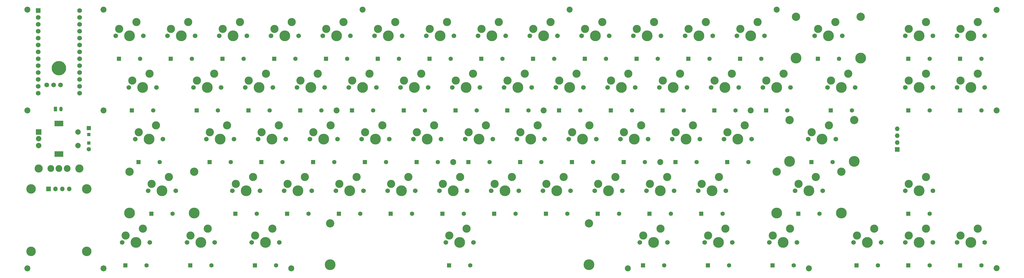
<source format=gts>
G04 #@! TF.GenerationSoftware,KiCad,Pcbnew,8.0.7*
G04 #@! TF.CreationDate,2025-01-01T13:35:18+11:00*
G04 #@! TF.ProjectId,Mainpcb,4d61696e-7063-4622-9e6b-696361645f70,rev?*
G04 #@! TF.SameCoordinates,Original*
G04 #@! TF.FileFunction,Soldermask,Top*
G04 #@! TF.FilePolarity,Negative*
%FSLAX46Y46*%
G04 Gerber Fmt 4.6, Leading zero omitted, Abs format (unit mm)*
G04 Created by KiCad (PCBNEW 8.0.7) date 2025-01-01 13:35:18*
%MOMM*%
%LPD*%
G01*
G04 APERTURE LIST*
G04 Aperture macros list*
%AMRoundRect*
0 Rectangle with rounded corners*
0 $1 Rounding radius*
0 $2 $3 $4 $5 $6 $7 $8 $9 X,Y pos of 4 corners*
0 Add a 4 corners polygon primitive as box body*
4,1,4,$2,$3,$4,$5,$6,$7,$8,$9,$2,$3,0*
0 Add four circle primitives for the rounded corners*
1,1,$1+$1,$2,$3*
1,1,$1+$1,$4,$5*
1,1,$1+$1,$6,$7*
1,1,$1+$1,$8,$9*
0 Add four rect primitives between the rounded corners*
20,1,$1+$1,$2,$3,$4,$5,0*
20,1,$1+$1,$4,$5,$6,$7,0*
20,1,$1+$1,$6,$7,$8,$9,0*
20,1,$1+$1,$8,$9,$2,$3,0*%
G04 Aperture macros list end*
%ADD10C,3.000000*%
%ADD11C,2.500000*%
%ADD12R,1.752600X1.752600*%
%ADD13C,1.752600*%
%ADD14C,1.701800*%
%ADD15C,3.987800*%
%ADD16R,1.600000X1.600000*%
%ADD17R,1.200000X1.200000*%
%ADD18C,1.600000*%
%ADD19R,2.000000X2.000000*%
%ADD20C,2.000000*%
%ADD21R,3.200000X2.000000*%
%ADD22C,2.200000*%
%ADD23C,5.300000*%
%ADD24C,3.048000*%
%ADD25RoundRect,0.250000X-0.350000X-0.625000X0.350000X-0.625000X0.350000X0.625000X-0.350000X0.625000X0*%
%ADD26O,1.200000X1.750000*%
%ADD27O,1.700000X1.700000*%
%ADD28R,1.700000X1.700000*%
%ADD29C,3.500000*%
G04 APERTURE END LIST*
D10*
X26500000Y-79000000D03*
X41500000Y-79000000D03*
D11*
X31000000Y-78950000D03*
X34000000Y-79000000D03*
X37000000Y-79000000D03*
D12*
X26380000Y-20760000D03*
D13*
X26380000Y-23300000D03*
X26380000Y-25840000D03*
X26380000Y-28380000D03*
X26380000Y-30920000D03*
X26380000Y-33460000D03*
X26380000Y-36000000D03*
X26380000Y-38540000D03*
X26380000Y-41080000D03*
X26380000Y-43620000D03*
X26380000Y-46160000D03*
X26380000Y-48700000D03*
X26380000Y-51240000D03*
X41620000Y-51240000D03*
X41620000Y-48700000D03*
X41620000Y-46160000D03*
X41620000Y-43620000D03*
X41620000Y-41080000D03*
X41620000Y-38540000D03*
X41620000Y-36000000D03*
X41620000Y-33460000D03*
X41620000Y-30920000D03*
X41620000Y-28380000D03*
X41620000Y-25840000D03*
X41620000Y-23300000D03*
X41620000Y-20760000D03*
X29460000Y-48145000D03*
X32000000Y-48145000D03*
X34540000Y-48145000D03*
D14*
X54920000Y-30000000D03*
D10*
X56190000Y-27460000D03*
D15*
X60000000Y-30000000D03*
D10*
X62540000Y-24920000D03*
D14*
X65080000Y-30000000D03*
D16*
X45000000Y-64100000D03*
D17*
X45000000Y-66425000D03*
X45000000Y-69575000D03*
D18*
X45000000Y-71900000D03*
D19*
X26500000Y-65500000D03*
D20*
X26500000Y-70500000D03*
X26500000Y-68000000D03*
D21*
X34000000Y-62400000D03*
X34000000Y-73600000D03*
D20*
X41000000Y-70500000D03*
X41000000Y-65500000D03*
D22*
X22381300Y-20381300D03*
X22381300Y-115818700D03*
X379086090Y-115725000D03*
X379086090Y-20475000D03*
X50381300Y-20381300D03*
X50381300Y-115818700D03*
X119529740Y-115818700D03*
X255263135Y-76600000D03*
X310028740Y-115818700D03*
X288599920Y-57550000D03*
D23*
X34000000Y-42000000D03*
D14*
X326380240Y-106200000D03*
D10*
X327650240Y-103660000D03*
D15*
X331460240Y-106200000D03*
D10*
X334000240Y-101120000D03*
D14*
X336540240Y-106200000D03*
D22*
X243354740Y-115818700D03*
D14*
X81112995Y-106200000D03*
D10*
X82382995Y-103660000D03*
D15*
X86192995Y-106200000D03*
D10*
X88732995Y-101120000D03*
D14*
X91272995Y-106200000D03*
X202558135Y-68100000D03*
D10*
X203828135Y-65560000D03*
D15*
X207638135Y-68100000D03*
D10*
X210178135Y-63020000D03*
D14*
X212718135Y-68100000D03*
X193032450Y-87150000D03*
D10*
X194302450Y-84610000D03*
D15*
X198112450Y-87150000D03*
D10*
X200652450Y-82070000D03*
D14*
X203192450Y-87150000D03*
X178744920Y-49050000D03*
D10*
X180014920Y-46510000D03*
D15*
X183824920Y-49050000D03*
D10*
X186364920Y-43970000D03*
D14*
X188904920Y-49050000D03*
X93020000Y-30000000D03*
D10*
X94290000Y-27460000D03*
D15*
X98100000Y-30000000D03*
D10*
X100640000Y-24920000D03*
D14*
X103180000Y-30000000D03*
X150170000Y-30000000D03*
D10*
X151440000Y-27460000D03*
D15*
X155250000Y-30000000D03*
D10*
X157790000Y-24920000D03*
D14*
X160330000Y-30000000D03*
D22*
X22381300Y-57550000D03*
D14*
X283520000Y-30000000D03*
D10*
X284790000Y-27460000D03*
D15*
X288600000Y-30000000D03*
D10*
X291140000Y-24920000D03*
D14*
X293680000Y-30000000D03*
X57301250Y-106200000D03*
D10*
X58571250Y-103660000D03*
D15*
X62381250Y-106200000D03*
D10*
X64921250Y-101120000D03*
D14*
X67461250Y-106200000D03*
X345431090Y-106200000D03*
D10*
X346701090Y-103660000D03*
D15*
X350511090Y-106200000D03*
D10*
X353051090Y-101120000D03*
D14*
X355591090Y-106200000D03*
X212082450Y-87150000D03*
D10*
X213352450Y-84610000D03*
D15*
X217162450Y-87150000D03*
D10*
X219702450Y-82070000D03*
D14*
X222242450Y-87150000D03*
X309713635Y-68100000D03*
D10*
X310983635Y-65560000D03*
D15*
X314793635Y-68100000D03*
D10*
X317333635Y-63020000D03*
D14*
X319873635Y-68100000D03*
X231132450Y-87150000D03*
D10*
X232402450Y-84610000D03*
D15*
X236212450Y-87150000D03*
D10*
X238752450Y-82070000D03*
D14*
X241292450Y-87150000D03*
X364482500Y-49050000D03*
D10*
X365752500Y-46510000D03*
D15*
X369562500Y-49050000D03*
D10*
X372102500Y-43970000D03*
D14*
X374642500Y-49050000D03*
D24*
X60006250Y-80165000D03*
D15*
X60006250Y-95405000D03*
D24*
X83806250Y-80165000D03*
D15*
X83806250Y-95405000D03*
D14*
X97782450Y-87150000D03*
D10*
X99052450Y-84610000D03*
D15*
X102862450Y-87150000D03*
D10*
X105402450Y-82070000D03*
D14*
X107942450Y-87150000D03*
X295423740Y-106200000D03*
D10*
X296693740Y-103660000D03*
D15*
X300503740Y-106200000D03*
D10*
X303043740Y-101120000D03*
D14*
X305583740Y-106200000D03*
X59682500Y-49050000D03*
D10*
X60952500Y-46510000D03*
D15*
X64762500Y-49050000D03*
D10*
X67302500Y-43970000D03*
D14*
X69842500Y-49050000D03*
X259708135Y-68100000D03*
D10*
X260978135Y-65560000D03*
D15*
X264788135Y-68100000D03*
D10*
X267328135Y-63020000D03*
D14*
X269868135Y-68100000D03*
X131120000Y-30000000D03*
D10*
X132390000Y-27460000D03*
D15*
X136200000Y-30000000D03*
D10*
X138740000Y-24920000D03*
D14*
X141280000Y-30000000D03*
X83494920Y-49050000D03*
D10*
X84764920Y-46510000D03*
D15*
X88574920Y-49050000D03*
D10*
X91114920Y-43970000D03*
D14*
X93654920Y-49050000D03*
X264470000Y-30000000D03*
D10*
X265740000Y-27460000D03*
D15*
X269550000Y-30000000D03*
D10*
X272090000Y-24920000D03*
D14*
X274630000Y-30000000D03*
X278758135Y-68100000D03*
D10*
X280028135Y-65560000D03*
D15*
X283838135Y-68100000D03*
D10*
X286378135Y-63020000D03*
D14*
X288918135Y-68100000D03*
X316857420Y-49050000D03*
D10*
X318127420Y-46510000D03*
D15*
X321937420Y-49050000D03*
D10*
X324477420Y-43970000D03*
D14*
X327017420Y-49050000D03*
X164458135Y-68100000D03*
D10*
X165728135Y-65560000D03*
D15*
X169538135Y-68100000D03*
D10*
X172078135Y-63020000D03*
D14*
X174618135Y-68100000D03*
D22*
X221925000Y-20381300D03*
D14*
X73970000Y-30000000D03*
D10*
X75240000Y-27460000D03*
D15*
X79050000Y-30000000D03*
D10*
X81590000Y-24920000D03*
D14*
X84130000Y-30000000D03*
D22*
X179063135Y-76600000D03*
D25*
X32730000Y-57050000D03*
D26*
X34730000Y-57050000D03*
D14*
X345431090Y-87150000D03*
D10*
X346701090Y-84610000D03*
D15*
X350511090Y-87150000D03*
D10*
X353051090Y-82070000D03*
D14*
X355591090Y-87150000D03*
X345432500Y-49050000D03*
D10*
X346702500Y-46510000D03*
D15*
X350512500Y-49050000D03*
D10*
X353052500Y-43970000D03*
D14*
X355592500Y-49050000D03*
D22*
X145725000Y-20381300D03*
D14*
X364482500Y-30000000D03*
D10*
X365752500Y-27460000D03*
D15*
X369562500Y-30000000D03*
D10*
X372102500Y-24920000D03*
D14*
X374642500Y-30000000D03*
X312095000Y-30000000D03*
D10*
X313365000Y-27460000D03*
D15*
X317175000Y-30000000D03*
D10*
X319715000Y-24920000D03*
D14*
X322255000Y-30000000D03*
X145408135Y-68100000D03*
D10*
X146678135Y-65560000D03*
D15*
X150488135Y-68100000D03*
D10*
X153028135Y-63020000D03*
D14*
X155568135Y-68100000D03*
D24*
X133816590Y-99215000D03*
D15*
X133816590Y-114455000D03*
D24*
X229066590Y-99215000D03*
D15*
X229066590Y-114455000D03*
D14*
X221608135Y-68100000D03*
D10*
X222878135Y-65560000D03*
D15*
X226688135Y-68100000D03*
D10*
X229228135Y-63020000D03*
D14*
X231768135Y-68100000D03*
X235894920Y-49050000D03*
D10*
X237164920Y-46510000D03*
D15*
X240974920Y-49050000D03*
D10*
X243514920Y-43970000D03*
D14*
X246054920Y-49050000D03*
X154932450Y-87150000D03*
D10*
X156202450Y-84610000D03*
D15*
X160012450Y-87150000D03*
D10*
X162552450Y-82070000D03*
D14*
X165092450Y-87150000D03*
X197794920Y-49050000D03*
D10*
X199064920Y-46510000D03*
D15*
X202874920Y-49050000D03*
D10*
X205414920Y-43970000D03*
D14*
X207954920Y-49050000D03*
X240658135Y-68100000D03*
D10*
X241928135Y-65560000D03*
D15*
X245738135Y-68100000D03*
D10*
X248278135Y-63020000D03*
D14*
X250818135Y-68100000D03*
X245420000Y-30000000D03*
D10*
X246690000Y-27460000D03*
D15*
X250500000Y-30000000D03*
D10*
X253040000Y-24920000D03*
D14*
X255580000Y-30000000D03*
X293044920Y-49050000D03*
D10*
X294314920Y-46510000D03*
D15*
X298124920Y-49050000D03*
D10*
X300664920Y-43970000D03*
D14*
X303204920Y-49050000D03*
D22*
X379086090Y-57550000D03*
D14*
X345432500Y-30000000D03*
D10*
X346702500Y-27460000D03*
D15*
X350512500Y-30000000D03*
D10*
X353052500Y-24920000D03*
D14*
X355592500Y-30000000D03*
X247799740Y-106200000D03*
D10*
X249069740Y-103660000D03*
D15*
X252879740Y-106200000D03*
D10*
X255419740Y-101120000D03*
D14*
X257959740Y-106200000D03*
X176361740Y-106200000D03*
D10*
X177631740Y-103660000D03*
D15*
X181441740Y-106200000D03*
D10*
X183981740Y-101120000D03*
D14*
X186521740Y-106200000D03*
X269232450Y-87150000D03*
D10*
X270502450Y-84610000D03*
D15*
X274312450Y-87150000D03*
D10*
X276852450Y-82070000D03*
D14*
X279392450Y-87150000D03*
X304950450Y-87150000D03*
D10*
X306220450Y-84610000D03*
D15*
X310030450Y-87150000D03*
D10*
X312570450Y-82070000D03*
D14*
X315110450Y-87150000D03*
X250182450Y-87150000D03*
D10*
X251452450Y-84610000D03*
D15*
X255262450Y-87150000D03*
D10*
X257802450Y-82070000D03*
D14*
X260342450Y-87150000D03*
X102544920Y-49050000D03*
D10*
X103814920Y-46510000D03*
D15*
X107624920Y-49050000D03*
D10*
X110164920Y-43970000D03*
D14*
X112704920Y-49050000D03*
X112070000Y-30000000D03*
D10*
X113340000Y-27460000D03*
D15*
X117150000Y-30000000D03*
D10*
X119690000Y-24920000D03*
D14*
X122230000Y-30000000D03*
D24*
X298130450Y-80165000D03*
D15*
X298130450Y-95405000D03*
D24*
X321930450Y-80165000D03*
D15*
X321930450Y-95405000D03*
D14*
X135882450Y-87150000D03*
D10*
X137152450Y-84610000D03*
D15*
X140962450Y-87150000D03*
D10*
X143502450Y-82070000D03*
D14*
X146042450Y-87150000D03*
X140644920Y-49050000D03*
D10*
X141914920Y-46510000D03*
D15*
X145724920Y-49050000D03*
D10*
X148264920Y-43970000D03*
D14*
X150804920Y-49050000D03*
X121594920Y-49050000D03*
D10*
X122864920Y-46510000D03*
D15*
X126674920Y-49050000D03*
D10*
X129214920Y-43970000D03*
D14*
X131754920Y-49050000D03*
D24*
X305275000Y-23015000D03*
D15*
X305275000Y-38255000D03*
D24*
X329075000Y-23015000D03*
D15*
X329075000Y-38255000D03*
D14*
X126358135Y-68100000D03*
D10*
X127628135Y-65560000D03*
D15*
X131438135Y-68100000D03*
D10*
X133978135Y-63020000D03*
D14*
X136518135Y-68100000D03*
X66826250Y-87150000D03*
D10*
X68096250Y-84610000D03*
D15*
X71906250Y-87150000D03*
D10*
X74446250Y-82070000D03*
D14*
X76986250Y-87150000D03*
X271611740Y-106200000D03*
D10*
X272881740Y-103660000D03*
D15*
X276691740Y-106200000D03*
D10*
X279231740Y-101120000D03*
D14*
X281771740Y-106200000D03*
X88258135Y-68100000D03*
D10*
X89528135Y-65560000D03*
D15*
X93338135Y-68100000D03*
D10*
X95878135Y-63020000D03*
D14*
X98418135Y-68100000D03*
X104924740Y-106200000D03*
D10*
X106194740Y-103660000D03*
D15*
X110004740Y-106200000D03*
D10*
X112544740Y-101120000D03*
D14*
X115084740Y-106200000D03*
D22*
X212399920Y-57550000D03*
D27*
X37810000Y-86500000D03*
X35270000Y-86500000D03*
X32730000Y-86500000D03*
D28*
X30190000Y-86500000D03*
D29*
X23750000Y-109500000D03*
X44250000Y-109500000D03*
X23750000Y-86500000D03*
X44250000Y-86500000D03*
D14*
X183508135Y-68100000D03*
D10*
X184778135Y-65560000D03*
D15*
X188588135Y-68100000D03*
D10*
X191128135Y-63020000D03*
D14*
X193668135Y-68100000D03*
X169220000Y-30000000D03*
D10*
X170490000Y-27460000D03*
D15*
X174300000Y-30000000D03*
D10*
X176840000Y-24920000D03*
D14*
X179380000Y-30000000D03*
X62063750Y-68100000D03*
D10*
X63333750Y-65560000D03*
D15*
X67143750Y-68100000D03*
D10*
X69683750Y-63020000D03*
D14*
X72223750Y-68100000D03*
X116832450Y-87150000D03*
D10*
X118102450Y-84610000D03*
D15*
X121912450Y-87150000D03*
D10*
X124452450Y-82070000D03*
D14*
X126992450Y-87150000D03*
X159694920Y-49050000D03*
D10*
X160964920Y-46510000D03*
D15*
X164774920Y-49050000D03*
D10*
X167314920Y-43970000D03*
D14*
X169854920Y-49050000D03*
X107308135Y-68100000D03*
D10*
X108578135Y-65560000D03*
D15*
X112388135Y-68100000D03*
D10*
X114928135Y-63020000D03*
D14*
X117468135Y-68100000D03*
X207320000Y-30000000D03*
D10*
X208590000Y-27460000D03*
D15*
X212400000Y-30000000D03*
D10*
X214940000Y-24920000D03*
D14*
X217480000Y-30000000D03*
D24*
X302893635Y-61115000D03*
D15*
X302893635Y-76355000D03*
D24*
X326693635Y-61115000D03*
D15*
X326693635Y-76355000D03*
D22*
X50381300Y-57550000D03*
D14*
X216844920Y-49050000D03*
D10*
X218114920Y-46510000D03*
D15*
X221924920Y-49050000D03*
D10*
X224464920Y-43970000D03*
D14*
X227004920Y-49050000D03*
X364481090Y-106200000D03*
D10*
X365751090Y-103660000D03*
D15*
X369561090Y-106200000D03*
D10*
X372101090Y-101120000D03*
D14*
X374641090Y-106200000D03*
D22*
X136199920Y-57550000D03*
D14*
X173982450Y-87150000D03*
D10*
X175252450Y-84610000D03*
D15*
X179062450Y-87150000D03*
D10*
X181602450Y-82070000D03*
D14*
X184142450Y-87150000D03*
X273994920Y-49050000D03*
D10*
X275264920Y-46510000D03*
D15*
X279074920Y-49050000D03*
D10*
X281614920Y-43970000D03*
D14*
X284154920Y-49050000D03*
D22*
X298125000Y-20381300D03*
D14*
X254944920Y-49050000D03*
D10*
X256214920Y-46510000D03*
D15*
X260024920Y-49050000D03*
D10*
X262564920Y-43970000D03*
D14*
X265104920Y-49050000D03*
D28*
X342537500Y-71910000D03*
D27*
X342537500Y-69370000D03*
X342537500Y-66830000D03*
X342537500Y-64290000D03*
D14*
X188270000Y-30000000D03*
D10*
X189540000Y-27460000D03*
D15*
X193350000Y-30000000D03*
D10*
X195890000Y-24920000D03*
D14*
X198430000Y-30000000D03*
X226370000Y-30000000D03*
D10*
X227640000Y-27460000D03*
D15*
X231450000Y-30000000D03*
D10*
X233990000Y-24920000D03*
D14*
X236530000Y-30000000D03*
D16*
X151350000Y-38500000D03*
D18*
X159150000Y-38500000D03*
D16*
X346612500Y-57550000D03*
D18*
X354412500Y-57550000D03*
D16*
X170400000Y-38500000D03*
D18*
X178200000Y-38500000D03*
D16*
X208500000Y-38500000D03*
D18*
X216300000Y-38500000D03*
D16*
X194212450Y-95650000D03*
D18*
X202012450Y-95650000D03*
D16*
X89438135Y-76600000D03*
D18*
X97238135Y-76600000D03*
D16*
X175162450Y-95650000D03*
D18*
X182962450Y-95650000D03*
D16*
X346611090Y-95650000D03*
D18*
X354411090Y-95650000D03*
D16*
X296604590Y-114700000D03*
D18*
X304404590Y-114700000D03*
D16*
X227550000Y-38500000D03*
D18*
X235350000Y-38500000D03*
D16*
X284700000Y-38500000D03*
D18*
X292500000Y-38500000D03*
D16*
X184688135Y-76600000D03*
D18*
X192488135Y-76600000D03*
D16*
X213262450Y-95650000D03*
D18*
X221062450Y-95650000D03*
D16*
X122774920Y-57550000D03*
D18*
X130574920Y-57550000D03*
D16*
X141824920Y-57550000D03*
D18*
X149624920Y-57550000D03*
D16*
X365661090Y-114700000D03*
D18*
X373461090Y-114700000D03*
D16*
X63243750Y-76600000D03*
D18*
X71043750Y-76600000D03*
D16*
X275174920Y-57550000D03*
D18*
X282974920Y-57550000D03*
D16*
X177541590Y-114700000D03*
D18*
X185341590Y-114700000D03*
D16*
X56100000Y-38500000D03*
D18*
X63900000Y-38500000D03*
D16*
X294224920Y-57550000D03*
D18*
X302024920Y-57550000D03*
D16*
X365662500Y-38500000D03*
D18*
X373462500Y-38500000D03*
D16*
X232312450Y-95650000D03*
D18*
X240112450Y-95650000D03*
D16*
X248979590Y-114700000D03*
D18*
X256779590Y-114700000D03*
D16*
X265650000Y-38500000D03*
D18*
X273450000Y-38500000D03*
D16*
X160874920Y-57550000D03*
D18*
X168674920Y-57550000D03*
D16*
X270412450Y-95650000D03*
D18*
X278212450Y-95650000D03*
D16*
X260888135Y-76600000D03*
D18*
X268688135Y-76600000D03*
D16*
X310893635Y-76600000D03*
D18*
X318693635Y-76600000D03*
D16*
X203738135Y-76600000D03*
D18*
X211538135Y-76600000D03*
D16*
X246600000Y-38500000D03*
D18*
X254400000Y-38500000D03*
D16*
X58481250Y-114700000D03*
D18*
X66281250Y-114700000D03*
D16*
X218024920Y-57550000D03*
D18*
X225824920Y-57550000D03*
D16*
X306130450Y-95650000D03*
D18*
X313930450Y-95650000D03*
D16*
X82292995Y-114700000D03*
D18*
X90092995Y-114700000D03*
D16*
X75150000Y-38500000D03*
D18*
X82950000Y-38500000D03*
D16*
X346611090Y-114700000D03*
D18*
X354411090Y-114700000D03*
D16*
X118012450Y-95650000D03*
D18*
X125812450Y-95650000D03*
D16*
X113250000Y-38500000D03*
D18*
X121050000Y-38500000D03*
D16*
X327561090Y-114700000D03*
D18*
X335361090Y-114700000D03*
D16*
X106104740Y-114700000D03*
D18*
X113904740Y-114700000D03*
D16*
X222788135Y-76600000D03*
D18*
X230588135Y-76600000D03*
D16*
X179924920Y-57550000D03*
D18*
X187724920Y-57550000D03*
D16*
X251362450Y-95650000D03*
D18*
X259162450Y-95650000D03*
D16*
X60862500Y-57550000D03*
D18*
X68662500Y-57550000D03*
D16*
X279938135Y-76600000D03*
D18*
X287738135Y-76600000D03*
D16*
X198974920Y-57550000D03*
D18*
X206774920Y-57550000D03*
D16*
X132300000Y-38500000D03*
D18*
X140100000Y-38500000D03*
D16*
X237074920Y-57550000D03*
D18*
X244874920Y-57550000D03*
D16*
X108488135Y-76600000D03*
D18*
X116288135Y-76600000D03*
D16*
X103724920Y-57550000D03*
D18*
X111524920Y-57550000D03*
D16*
X272791590Y-114700000D03*
D18*
X280591590Y-114700000D03*
D16*
X313275000Y-38500000D03*
D18*
X321075000Y-38500000D03*
D16*
X165638135Y-76600000D03*
D18*
X173438135Y-76600000D03*
D16*
X318037420Y-57550000D03*
D18*
X325837420Y-57550000D03*
D16*
X189450000Y-38500000D03*
D18*
X197250000Y-38500000D03*
D16*
X127538135Y-76600000D03*
D18*
X135338135Y-76600000D03*
D16*
X156112450Y-95650000D03*
D18*
X163912450Y-95650000D03*
D16*
X98962450Y-95650000D03*
D18*
X106762450Y-95650000D03*
D16*
X241838135Y-76600000D03*
D18*
X249638135Y-76600000D03*
D16*
X68006250Y-95650000D03*
D18*
X75806250Y-95650000D03*
D16*
X256124920Y-57550000D03*
D18*
X263924920Y-57550000D03*
D16*
X146588135Y-76600000D03*
D18*
X154388135Y-76600000D03*
D16*
X365662500Y-57550000D03*
D18*
X373462500Y-57550000D03*
D16*
X94200000Y-38500000D03*
D18*
X102000000Y-38500000D03*
D16*
X84674920Y-57550000D03*
D18*
X92474920Y-57550000D03*
D16*
X137062450Y-95650000D03*
D18*
X144862450Y-95650000D03*
D16*
X346612500Y-38500000D03*
D18*
X354412500Y-38500000D03*
M02*

</source>
